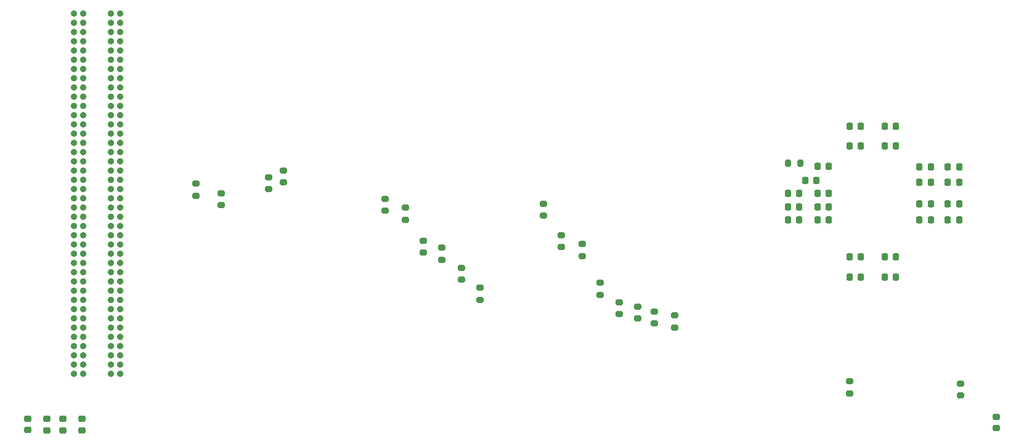
<source format=gbp>
G04 #@! TF.GenerationSoftware,KiCad,Pcbnew,8.0.3*
G04 #@! TF.CreationDate,2024-07-10T11:58:07-07:00*
G04 #@! TF.ProjectId,maveric-board,6d617665-7269-4632-9d62-6f6172642e6b,rev?*
G04 #@! TF.SameCoordinates,Original*
G04 #@! TF.FileFunction,Paste,Bot*
G04 #@! TF.FilePolarity,Positive*
%FSLAX46Y46*%
G04 Gerber Fmt 4.6, Leading zero omitted, Abs format (unit mm)*
G04 Created by KiCad (PCBNEW 8.0.3) date 2024-07-10 11:58:07*
%MOMM*%
%LPD*%
G01*
G04 APERTURE LIST*
G04 Aperture macros list*
%AMRoundRect*
0 Rectangle with rounded corners*
0 $1 Rounding radius*
0 $2 $3 $4 $5 $6 $7 $8 $9 X,Y pos of 4 corners*
0 Add a 4 corners polygon primitive as box body*
4,1,4,$2,$3,$4,$5,$6,$7,$8,$9,$2,$3,0*
0 Add four circle primitives for the rounded corners*
1,1,$1+$1,$2,$3*
1,1,$1+$1,$4,$5*
1,1,$1+$1,$6,$7*
1,1,$1+$1,$8,$9*
0 Add four rect primitives between the rounded corners*
20,1,$1+$1,$2,$3,$4,$5,0*
20,1,$1+$1,$4,$5,$6,$7,0*
20,1,$1+$1,$6,$7,$8,$9,0*
20,1,$1+$1,$8,$9,$2,$3,0*%
G04 Aperture macros list end*
%ADD10RoundRect,0.200000X0.275000X-0.200000X0.275000X0.200000X-0.275000X0.200000X-0.275000X-0.200000X0*%
%ADD11RoundRect,0.200000X-0.275000X0.200000X-0.275000X-0.200000X0.275000X-0.200000X0.275000X0.200000X0*%
%ADD12RoundRect,0.225000X-0.250000X0.225000X-0.250000X-0.225000X0.250000X-0.225000X0.250000X0.225000X0*%
%ADD13RoundRect,0.225000X-0.225000X-0.250000X0.225000X-0.250000X0.225000X0.250000X-0.225000X0.250000X0*%
%ADD14RoundRect,0.225000X0.225000X0.250000X-0.225000X0.250000X-0.225000X-0.250000X0.225000X-0.250000X0*%
%ADD15RoundRect,0.200000X0.200000X0.275000X-0.200000X0.275000X-0.200000X-0.275000X0.200000X-0.275000X0*%
%ADD16C,0.894000*%
%ADD17RoundRect,0.225000X0.250000X-0.225000X0.250000X0.225000X-0.250000X0.225000X-0.250000X-0.225000X0*%
G04 APERTURE END LIST*
D10*
X174100000Y-102825000D03*
X174100000Y-101175000D03*
D11*
X105500000Y-85250000D03*
X105500000Y-86900000D03*
D12*
X50700000Y-106025000D03*
X50700000Y-107575000D03*
X48500000Y-106025000D03*
X48500000Y-107575000D03*
D13*
X158825000Y-68500000D03*
X160375000Y-68500000D03*
D14*
X165175000Y-86500000D03*
X163625000Y-86500000D03*
D11*
X108000000Y-88000000D03*
X108000000Y-89650000D03*
X124500000Y-87300000D03*
X124500000Y-88950000D03*
D15*
X152025000Y-70900000D03*
X150375000Y-70900000D03*
D14*
X165175000Y-68500000D03*
X163625000Y-68500000D03*
X160375000Y-83700000D03*
X158825000Y-83700000D03*
D11*
X97750000Y-77000000D03*
X97750000Y-78650000D03*
D16*
X52231410Y-99845010D03*
X52231410Y-98575010D03*
X52231410Y-97305010D03*
X52231410Y-96035010D03*
X52231410Y-94765010D03*
X52231410Y-93495010D03*
X52231410Y-92225010D03*
X52231410Y-90955010D03*
X52231410Y-89685010D03*
X52231410Y-88415010D03*
X52231410Y-87145010D03*
X52231410Y-85875010D03*
X52231410Y-84605010D03*
X52231410Y-83335010D03*
X52231410Y-82065010D03*
X52231410Y-80795010D03*
X52231410Y-79525010D03*
X52231410Y-78255010D03*
X52231410Y-76985010D03*
X52231410Y-75715010D03*
X52231410Y-74445010D03*
X52231410Y-73175010D03*
X52231410Y-71905010D03*
X52231410Y-70635010D03*
X52231410Y-69365010D03*
X52231410Y-68095010D03*
X52231410Y-66825010D03*
X52231410Y-65555010D03*
X52231410Y-64285010D03*
X52231410Y-63015010D03*
X52231410Y-61745010D03*
X52231410Y-60475010D03*
X52231410Y-59205010D03*
X52231410Y-57935010D03*
X52231410Y-56665010D03*
X52231410Y-55395010D03*
X52231410Y-54125010D03*
X52231410Y-52855010D03*
X52231410Y-51585010D03*
X52231410Y-50315010D03*
X53501410Y-99845010D03*
X53501410Y-98575010D03*
X53501410Y-97305010D03*
X53501410Y-96035010D03*
X53501410Y-94765010D03*
X53501410Y-93495010D03*
X53501410Y-92225010D03*
X53501410Y-90955010D03*
X53501410Y-89685010D03*
X53501410Y-88415010D03*
X53501410Y-87145010D03*
X53501410Y-85875010D03*
X53501410Y-84605010D03*
X53501410Y-83335010D03*
X53501410Y-82065010D03*
X53501410Y-80795010D03*
X53501410Y-79525010D03*
X53501410Y-78255010D03*
X53501410Y-76985010D03*
X53501410Y-75715010D03*
X53501410Y-74445010D03*
X53501410Y-73175010D03*
X53501410Y-71905010D03*
X53501410Y-70635010D03*
X53501410Y-69365010D03*
X53501410Y-68095010D03*
X53501410Y-66825010D03*
X53501410Y-65555010D03*
X53501410Y-64285010D03*
X53501410Y-63015010D03*
X53501410Y-61745010D03*
X53501410Y-60475010D03*
X53501410Y-59205010D03*
X53501410Y-57935010D03*
X53501410Y-56665010D03*
X53501410Y-55395010D03*
X53501410Y-54125010D03*
X53501410Y-52855010D03*
X53501410Y-51585010D03*
X53501410Y-50315010D03*
X57311410Y-99845010D03*
X57311410Y-98575010D03*
X57311410Y-97305010D03*
X57311410Y-96035010D03*
X57311410Y-94765010D03*
X57311410Y-93495010D03*
X57311410Y-92225010D03*
X57311410Y-90955010D03*
X57311410Y-89685010D03*
X57311410Y-88415010D03*
X57311410Y-87145010D03*
X57311410Y-85875010D03*
X57311410Y-84605010D03*
X57311410Y-83335010D03*
X57311410Y-82065010D03*
X57311410Y-80795010D03*
X57311410Y-79525010D03*
X57311410Y-78255010D03*
X57311410Y-76985010D03*
X57311410Y-75715010D03*
X57311410Y-74445010D03*
X57311410Y-73175010D03*
X57311410Y-71905010D03*
X57311410Y-70635010D03*
X57311410Y-69365010D03*
X57311410Y-68095010D03*
X57311410Y-66825010D03*
X57311410Y-65555010D03*
X57311410Y-64285010D03*
X57311410Y-63015010D03*
X57311410Y-61745010D03*
X57311410Y-60475010D03*
X57311410Y-59205010D03*
X57311410Y-57935010D03*
X57311410Y-56665010D03*
X57311410Y-55395010D03*
X57311410Y-54125010D03*
X57311410Y-52855010D03*
X57311410Y-51585010D03*
X57311410Y-50315010D03*
X58581410Y-99845010D03*
X58581410Y-98575010D03*
X58581410Y-97305010D03*
X58581410Y-96035010D03*
X58581410Y-94765010D03*
X58581410Y-93495010D03*
X58581410Y-92225010D03*
X58581410Y-90955010D03*
X58581410Y-89685010D03*
X58581410Y-88415010D03*
X58581410Y-87145010D03*
X58581410Y-85875010D03*
X58581410Y-84605010D03*
X58581410Y-83335010D03*
X58581410Y-82065010D03*
X58581410Y-80795010D03*
X58581410Y-79525010D03*
X58581410Y-78255010D03*
X58581410Y-76985010D03*
X58581410Y-75715010D03*
X58581410Y-74445010D03*
X58581410Y-73175010D03*
X58581410Y-71905010D03*
X58581410Y-70635010D03*
X58581410Y-69365010D03*
X58581410Y-68095010D03*
X58581410Y-66825010D03*
X58581410Y-65555010D03*
X58581410Y-64285010D03*
X58581410Y-63015010D03*
X58581410Y-61745010D03*
X58581410Y-60475010D03*
X58581410Y-59205010D03*
X58581410Y-57935010D03*
X58581410Y-56665010D03*
X58581410Y-55395010D03*
X58581410Y-54125010D03*
X58581410Y-52855010D03*
X58581410Y-51585010D03*
X58581410Y-50315010D03*
D11*
X79000000Y-72800000D03*
X79000000Y-74450000D03*
X95000000Y-75750000D03*
X95000000Y-77400000D03*
D12*
X53300000Y-106025000D03*
X53300000Y-107575000D03*
D11*
X69000000Y-73700000D03*
X69000000Y-75350000D03*
D14*
X151875000Y-76900000D03*
X150325000Y-76900000D03*
D11*
X100250000Y-81500000D03*
X100250000Y-83150000D03*
D13*
X168425000Y-78700000D03*
X169975000Y-78700000D03*
X172325000Y-71400000D03*
X173875000Y-71400000D03*
D11*
X132000000Y-91275000D03*
X132000000Y-92925000D03*
D14*
X165175000Y-83732410D03*
X163625000Y-83732410D03*
D11*
X72500000Y-75000000D03*
X72500000Y-76650000D03*
D13*
X168425000Y-71400000D03*
X169975000Y-71400000D03*
X168425000Y-73500000D03*
X169975000Y-73500000D03*
D14*
X151875000Y-78700000D03*
X150325000Y-78700000D03*
X155975000Y-78700000D03*
X154425000Y-78700000D03*
D13*
X168425000Y-76500000D03*
X169975000Y-76500000D03*
D11*
X116750000Y-76425000D03*
X116750000Y-78075000D03*
X129700000Y-90575000D03*
X129700000Y-92225000D03*
D14*
X155975000Y-76900000D03*
X154425000Y-76900000D03*
D13*
X152725000Y-73200000D03*
X154275000Y-73200000D03*
D12*
X45900000Y-106000000D03*
X45900000Y-107550000D03*
D11*
X158800000Y-100875000D03*
X158800000Y-102525000D03*
D10*
X81000000Y-73525000D03*
X81000000Y-71875000D03*
D11*
X127200000Y-89975000D03*
X127200000Y-91625000D03*
X102750000Y-82500000D03*
X102750000Y-84150000D03*
D14*
X155975000Y-71300000D03*
X154425000Y-71300000D03*
D11*
X119200000Y-80775000D03*
X119200000Y-82425000D03*
D13*
X172325000Y-78700000D03*
X173875000Y-78700000D03*
X158825000Y-65800000D03*
X160375000Y-65800000D03*
X172325000Y-76500000D03*
X173875000Y-76500000D03*
X172325000Y-73500000D03*
X173875000Y-73500000D03*
D11*
X122100000Y-82000000D03*
X122100000Y-83650000D03*
X134800000Y-91800000D03*
X134800000Y-93450000D03*
D17*
X179000000Y-107275000D03*
X179000000Y-105725000D03*
D14*
X160375000Y-86500000D03*
X158825000Y-86500000D03*
X151875000Y-75000000D03*
X150325000Y-75000000D03*
X155975000Y-75000000D03*
X154425000Y-75000000D03*
X165175000Y-65800000D03*
X163625000Y-65800000D03*
M02*

</source>
